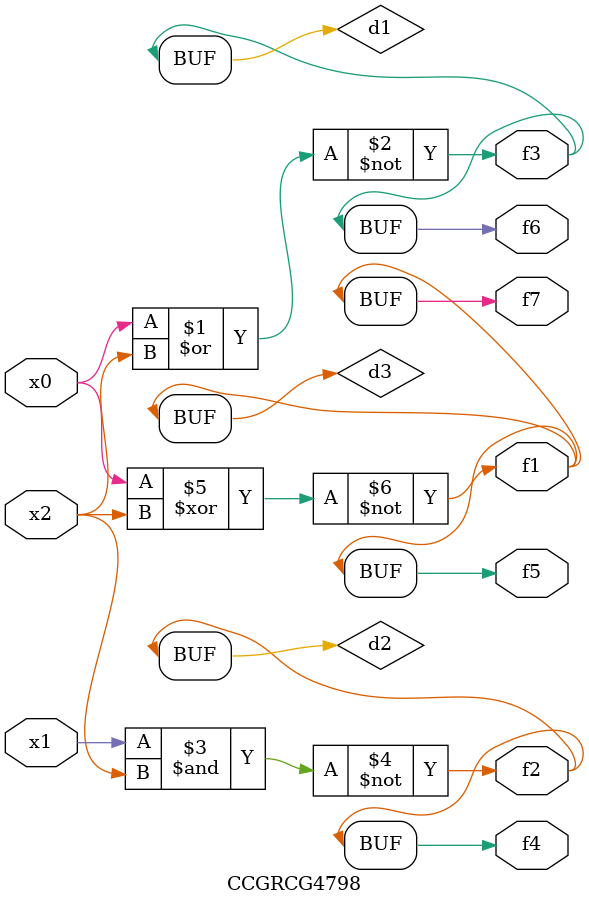
<source format=v>
module CCGRCG4798(
	input x0, x1, x2,
	output f1, f2, f3, f4, f5, f6, f7
);

	wire d1, d2, d3;

	nor (d1, x0, x2);
	nand (d2, x1, x2);
	xnor (d3, x0, x2);
	assign f1 = d3;
	assign f2 = d2;
	assign f3 = d1;
	assign f4 = d2;
	assign f5 = d3;
	assign f6 = d1;
	assign f7 = d3;
endmodule

</source>
